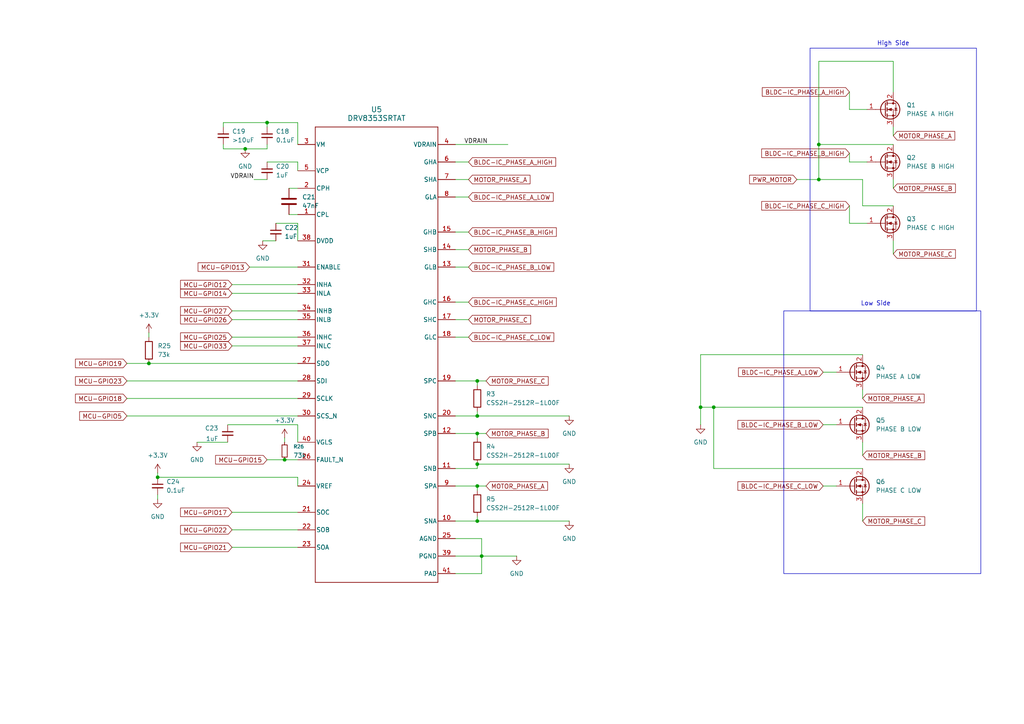
<source format=kicad_sch>
(kicad_sch (version 20250114) (generator "eeschema") (generator_version "9.0")
  (paper "A4")
  (title_block (title "BeanBike Controller Motor") (date "2025-10-11") (rev "3") (company "Ginobeano"))
  (lib_symbols
    (symbol "DRV8353:DRV8353SRTAT" (pin_names (offset 0.254))
      (property "Reference" "U" (at 0 2.54 0))
      (property "Value" "DRV8353SRTAT" (at 0 0 0))
      (symbol "DRV8353SRTAT_0_1"
        (polyline (pts (xy -17.78 66.04) (xy -17.78 -66.04)) (stroke (width 0.2032)))
        (polyline (pts (xy -17.78 -66.04) (xy 17.78 -66.04)) (stroke (width 0.2032)))
        (polyline (pts (xy 17.78 66.04) (xy -17.78 66.04)) (stroke (width 0.2032)))
        (polyline (pts (xy 17.78 -66.04) (xy 17.78 66.04)) (stroke (width 0.2032)))
        (pin power_in line (at -22.86 60.96 0) (length 5.08) (name "VM") (number "3"))
        (pin power_in line (at -22.86 53.34 0) (length 5.08) (name "VCP") (number "5"))
        (pin unspecified line (at -22.86 48.26 0) (length 5.08) (name "CPH") (number "2"))
        (pin unspecified line (at -22.86 40.64 0) (length 5.08) (name "CPL") (number "1"))
        (pin power_in line (at -22.86 33.02 0) (length 5.08) (name "DVDD") (number "38"))
        (pin input line (at -22.86 25.4 0) (length 5.08) (name "ENABLE") (number "31"))
        (pin input line (at -22.86 20.32 0) (length 5.08) (name "INHA") (number "32"))
        (pin input line (at -22.86 17.78 0) (length 5.08) (name "INLA") (number "33"))
        (pin input line (at -22.86 12.7 0) (length 5.08) (name "INHB") (number "34"))
        (pin input line (at -22.86 10.16 0) (length 5.08) (name "INLB") (number "35"))
        (pin input line (at -22.86 5.08 0) (length 5.08) (name "INHC") (number "36"))
        (pin input line (at -22.86 2.54 0) (length 5.08) (name "INLC") (number "37"))
        (pin unspecified line (at -22.86 -2.54 0) (length 5.08) (name "SDO") (number "27"))
        (pin input line (at -22.86 -7.62 0) (length 5.08) (name "SDI") (number "28"))
        (pin input line (at -22.86 -12.7 0) (length 5.08) (name "SCLK") (number "29"))
        (pin input line (at -22.86 -17.78 0) (length 5.08) (name "SCS_N") (number "30"))
        (pin power_in line (at -22.86 -25.4 0) (length 5.08) (name "VGLS") (number "40"))
        (pin open_collector line (at -22.86 -30.48 0) (length 5.08) (name "FAULT_N") (number "26"))
        (pin input line (at -22.86 -38.1 0) (length 5.08) (name "VREF") (number "24"))
        (pin output line (at -22.86 -45.72 0) (length 5.08) (name "SOC") (number "21"))
        (pin output line (at -22.86 -50.8 0) (length 5.08) (name "SOB") (number "22"))
        (pin output line (at -22.86 -55.88 0) (length 5.08) (name "SOA") (number "23"))
        (pin input line (at 22.86 60.96 180) (length 5.08) (name "VDRAIN") (number "4"))
        (pin output line (at 22.86 55.88 180) (length 5.08) (name "GHA") (number "6"))
        (pin input line (at 22.86 50.8 180) (length 5.08) (name "SHA") (number "7"))
        (pin output line (at 22.86 45.72 180) (length 5.08) (name "GLA") (number "8"))
        (pin output line (at 22.86 35.56 180) (length 5.08) (name "GHB") (number "15"))
        (pin input line (at 22.86 30.48 180) (length 5.08) (name "SHB") (number "14"))
        (pin output line (at 22.86 25.4 180) (length 5.08) (name "GLB") (number "13"))
        (pin output line (at 22.86 15.24 180) (length 5.08) (name "GHC") (number "16"))
        (pin input line (at 22.86 10.16 180) (length 5.08) (name "SHC") (number "17"))
        (pin output line (at 22.86 5.08 180) (length 5.08) (name "GLC") (number "18"))
        (pin input line (at 22.86 -7.62 180) (length 5.08) (name "SPC") (number "19"))
        (pin input line (at 22.86 -17.78 180) (length 5.08) (name "SNC") (number "20"))
        (pin input line (at 22.86 -22.86 180) (length 5.08) (name "SPB") (number "12"))
        (pin input line (at 22.86 -33.02 180) (length 5.08) (name "SNB") (number "11"))
        (pin input line (at 22.86 -38.1 180) (length 5.08) (name "SPA") (number "9"))
        (pin input line (at 22.86 -48.26 180) (length 5.08) (name "SNA") (number "10"))
        (pin power_in line (at 22.86 -53.34 180) (length 5.08) (name "AGND") (number "25"))
        (pin power_in line (at 22.86 -58.42 180) (length 5.08) (name "PGND") (number "39"))
        (pin power_in line (at 22.86 -63.5 180) (length 5.08) (name "PAD") (number "41"))
      )
    )
    (symbol "Device:C" (pin_numbers (hide yes)) (pin_names (offset 0.254))
      (property "Reference" "C" (at 0.635 2.54 0))
      (property "Value" "C" (at 0.635 -2.54 0))
      (symbol "C_0_1"
        (polyline (pts (xy -2.032 0.762) (xy 2.032 0.762)) (stroke (width 0.508)))
        (polyline (pts (xy -2.032 -0.762) (xy 2.032 -0.762)) (stroke (width 0.508)))
      )
      (symbol "C_1_1"
        (pin passive line (at 0 3.81 270) (length 2.794) (name "~") (number "1"))
        (pin passive line (at 0 -3.81 90) (length 2.794) (name "~") (number "2"))
      )
    )
    (symbol "Device:C_Small" (pin_numbers (hide yes)) (pin_names (offset 0.254) (hide yes))
      (property "Reference" "C" (at 0.254 1.778 0))
      (property "Value" "C_Small" (at 0.254 -2.032 0))
      (symbol "C_Small_0_1"
        (polyline (pts (xy -1.524 0.508) (xy 1.524 0.508)) (stroke (width 0.3048)))
        (polyline (pts (xy -1.524 -0.508) (xy 1.524 -0.508)) (stroke (width 0.3302)))
      )
      (symbol "C_Small_1_1"
        (pin passive line (at 0 2.54 270) (length 2.032) (name "~") (number "1"))
        (pin passive line (at 0 -2.54 90) (length 2.032) (name "~") (number "2"))
      )
    )
    (symbol "Device:R" (pin_numbers (hide yes)) (pin_names (offset 0))
      (property "Reference" "R" (at 2.032 0 90))
      (property "Value" "R" (at 0 0 90))
      (symbol "R_0_1"
        (rectangle (start -1.016 -2.54) (end 1.016 2.54) (stroke (width 0.254)))
      )
      (symbol "R_1_1"
        (pin passive line (at 0 3.81 270) (length 1.27) (name "~") (number "1"))
        (pin passive line (at 0 -3.81 90) (length 1.27) (name "~") (number "2"))
      )
    )
    (symbol "Device:R_Small" (pin_numbers (hide yes)) (pin_names (offset 0.254) (hide yes))
      (property "Reference" "R" (at 0 0 90))
      (property "Value" "R_Small" (at 1.778 0 90))
      (symbol "R_Small_0_1"
        (rectangle (start -0.762 1.778) (end 0.762 -1.778) (stroke (width 0.2032)))
      )
      (symbol "R_Small_1_1"
        (pin passive line (at 0 2.54 270) (length 0.762) (name "~") (number "1"))
        (pin passive line (at 0 -2.54 90) (length 0.762) (name "~") (number "2"))
      )
    )
    (symbol "Transistor_FET:Q_NMOS_GDS" (pin_names (offset 0) (hide yes))
      (property "Reference" "Q" (at 5.08 1.905 0))
      (property "Value" "Q_NMOS_GDS" (at 5.08 0 0))
      (symbol "Q_NMOS_GDS_0_1"
        (polyline (pts (xy 0.254 1.905) (xy 0.254 -1.905)) (stroke (width 0.254)))
        (polyline (pts (xy 0.254 0) (xy -2.54 0)))
        (polyline (pts (xy 0.762 2.286) (xy 0.762 1.27)) (stroke (width 0.254)))
        (polyline (pts (xy 0.762 0.508) (xy 0.762 -0.508)) (stroke (width 0.254)))
        (polyline (pts (xy 0.762 -1.27) (xy 0.762 -2.286)) (stroke (width 0.254)))
        (polyline (pts (xy 0.762 -1.778) (xy 3.302 -1.778) (xy 3.302 1.778) (xy 0.762 1.778)))
        (polyline (pts (xy 1.016 0) (xy 2.032 0.381) (xy 2.032 -0.381) (xy 1.016 0)) (fill (type outline)))
        (circle (center 1.651 0) (radius 2.794) (stroke (width 0.254)))
        (polyline (pts (xy 2.54 2.54) (xy 2.54 1.778)))
        (circle (center 2.54 1.778) (radius 0.254) (fill (type outline)))
        (circle (center 2.54 -1.778) (radius 0.254) (fill (type outline)))
        (polyline (pts (xy 2.54 -2.54) (xy 2.54 0) (xy 0.762 0)))
        (polyline (pts (xy 2.921 0.381) (xy 3.683 0.381)))
        (polyline (pts (xy 3.302 0.381) (xy 2.921 -0.254) (xy 3.683 -0.254) (xy 3.302 0.381)))
      )
      (symbol "Q_NMOS_GDS_1_1"
        (pin input line (at -5.08 0 0) (length 2.54) (name "G") (number "1"))
        (pin passive line (at 2.54 5.08 270) (length 2.54) (name "D") (number "2"))
        (pin passive line (at 2.54 -5.08 90) (length 2.54) (name "S") (number "3"))
      )
    )
    (symbol "power:+3.3V" (power) (pin_numbers (hide yes)) (pin_names (offset 0) (hide yes))
      (property "Value" "+3.3V" (at 0 3.556 0))
      (symbol "+3.3V_0_1"
        (polyline (pts (xy -0.762 1.27) (xy 0 2.54)))
        (polyline (pts (xy 0 2.54) (xy 0.762 1.27)))
        (polyline (pts (xy 0 0) (xy 0 2.54)))
      )
      (symbol "+3.3V_1_1"
        (pin power_in line (at 0 0 90) (length 0) (name "~") (number "1"))
      )
    )
    (symbol "power:GND" (power) (pin_numbers (hide yes)) (pin_names (offset 0) (hide yes))
      (property "Value" "GND" (at 0 -3.81 0))
      (symbol "GND_0_1"
        (polyline (pts (xy 0 0) (xy 0 -1.27) (xy 1.27 -1.27) (xy 0 -2.54) (xy -1.27 -1.27) (xy 0 -1.27)))
      )
      (symbol "GND_1_1"
        (pin power_in line (at 0 0 270) (length 0) (name "~") (number "1"))
      )
    )
  )
  (rectangle (start 234.95 13.97) (end 283.21 90.17))
  (rectangle (start 227.33 90.17) (end 284.48 166.37))
  (text "High Side\n" (at 259.08 12.7 0) (effects (font (size 1.27 1.27))))
  (text "Low Side\n" (at 254 88.138 0) (effects (font (size 1.27 1.27))))
  (junction (at 138.43 134.62))
  (junction (at 138.43 140.97))
  (junction (at 82.55 133.35))
  (junction (at 71.12 43.18))
  (junction (at 138.43 120.65))
  (junction (at 203.2 118.11))
  (junction (at 207.01 118.11))
  (junction (at 139.7 161.29))
  (junction (at 138.43 110.49))
  (junction (at 237.49 41.91))
  (junction (at 77.47 35.56))
  (junction (at 45.72 138.43))
  (junction (at 138.43 151.13))
  (junction (at 138.43 125.73))
  (junction (at 237.49 52.07))
  (junction (at 43.18 105.41))
  (wire (pts (xy 45.72 138.43) (xy 86.36 138.43)))
  (wire (pts (xy 207.01 135.89) (xy 207.01 118.11)))
  (wire (pts (xy 246.38 44.45) (xy 246.38 46.99)))
  (wire (pts (xy 246.38 31.75) (xy 251.46 31.75)))
  (wire (pts (xy 45.72 143.51) (xy 45.72 144.78)))
  (wire (pts (xy 139.7 166.37) (xy 139.7 161.29)))
  (wire (pts (xy 250.19 128.27) (xy 250.19 132.08)))
  (wire (pts (xy 203.2 118.11) (xy 207.01 118.11)))
  (wire (pts (xy 86.36 35.56) (xy 77.47 35.56)))
  (wire (pts (xy 250.19 59.69) (xy 250.19 52.07)))
  (wire (pts (xy 67.31 158.75) (xy 86.36 158.75)))
  (wire (pts (xy 77.47 133.35) (xy 82.55 133.35)))
  (wire (pts (xy 66.04 123.19) (xy 86.36 123.19)))
  (wire (pts (xy 238.76 123.19) (xy 242.57 123.19)))
  (wire (pts (xy 86.36 46.99) (xy 86.36 49.53)))
  (wire (pts (xy 132.08 87.63) (xy 135.89 87.63)))
  (wire (pts (xy 132.08 151.13) (xy 138.43 151.13)))
  (wire (pts (xy 138.43 110.49) (xy 140.97 110.49)))
  (wire (pts (xy 76.2 69.85) (xy 80.01 69.85)))
  (wire (pts (xy 36.83 120.65) (xy 86.36 120.65)))
  (wire (pts (xy 138.43 134.62) (xy 138.43 135.89)))
  (wire (pts (xy 138.43 125.73) (xy 140.97 125.73)))
  (wire (pts (xy 237.49 41.91) (xy 237.49 52.07)))
  (wire (pts (xy 77.47 35.56) (xy 64.77 35.56)))
  (wire (pts (xy 238.76 140.97) (xy 242.57 140.97)))
  (wire (pts (xy 132.08 120.65) (xy 138.43 120.65)))
  (wire (pts (xy 72.39 77.47) (xy 86.36 77.47)))
  (wire (pts (xy 82.55 133.35) (xy 86.36 133.35)))
  (wire (pts (xy 83.82 54.61) (xy 86.36 54.61)))
  (wire (pts (xy 77.47 35.56) (xy 77.47 36.83)))
  (wire (pts (xy 250.19 146.05) (xy 250.19 151.13)))
  (wire (pts (xy 77.47 41.91) (xy 77.47 43.18)))
  (wire (pts (xy 138.43 140.97) (xy 138.43 142.24)))
  (wire (pts (xy 132.08 46.99) (xy 135.89 46.99)))
  (wire (pts (xy 139.7 161.29) (xy 139.7 156.21)))
  (wire (pts (xy 64.77 43.18) (xy 71.12 43.18)))
  (wire (pts (xy 250.19 52.07) (xy 237.49 52.07)))
  (wire (pts (xy 237.49 52.07) (xy 231.14 52.07)))
  (wire (pts (xy 45.72 137.16) (xy 45.72 138.43)))
  (wire (pts (xy 259.08 26.67) (xy 259.08 17.78)))
  (wire (pts (xy 43.18 105.41) (xy 86.36 105.41)))
  (wire (pts (xy 57.15 128.27) (xy 66.04 128.27)))
  (wire (pts (xy 138.43 110.49) (xy 138.43 111.76)))
  (wire (pts (xy 259.08 69.85) (xy 259.08 73.66)))
  (wire (pts (xy 132.08 110.49) (xy 138.43 110.49)))
  (wire (pts (xy 132.08 97.79) (xy 135.89 97.79)))
  (wire (pts (xy 259.08 52.07) (xy 259.08 54.61)))
  (wire (pts (xy 165.1 134.62) (xy 138.43 134.62)))
  (wire (pts (xy 67.31 92.71) (xy 86.36 92.71)))
  (wire (pts (xy 67.31 100.33) (xy 86.36 100.33)))
  (wire (pts (xy 259.08 36.83) (xy 259.08 39.37)))
  (wire (pts (xy 132.08 57.15) (xy 135.89 57.15)))
  (wire (pts (xy 77.47 46.99) (xy 86.36 46.99)))
  (wire (pts (xy 203.2 118.11) (xy 203.2 123.19)))
  (wire (pts (xy 259.08 59.69) (xy 250.19 59.69)))
  (wire (pts (xy 86.36 64.77) (xy 86.36 69.85)))
  (wire (pts (xy 82.55 127) (xy 82.55 128.27)))
  (wire (pts (xy 165.1 120.65) (xy 138.43 120.65)))
  (wire (pts (xy 246.38 46.99) (xy 251.46 46.99)))
  (wire (pts (xy 246.38 64.77) (xy 251.46 64.77)))
  (wire (pts (xy 132.08 41.91) (xy 147.32 41.91)))
  (wire (pts (xy 207.01 118.11) (xy 250.19 118.11)))
  (wire (pts (xy 67.31 153.67) (xy 86.36 153.67)))
  (wire (pts (xy 138.43 120.65) (xy 138.43 119.38)))
  (wire (pts (xy 246.38 59.69) (xy 246.38 64.77)))
  (wire (pts (xy 36.83 110.49) (xy 86.36 110.49)))
  (wire (pts (xy 67.31 148.59) (xy 86.36 148.59)))
  (wire (pts (xy 132.08 92.71) (xy 135.89 92.71)))
  (wire (pts (xy 86.36 123.19) (xy 86.36 128.27)))
  (wire (pts (xy 237.49 17.78) (xy 237.49 41.91)))
  (wire (pts (xy 36.83 115.57) (xy 86.36 115.57)))
  (wire (pts (xy 250.19 113.03) (xy 250.19 115.57)))
  (wire (pts (xy 73.66 52.07) (xy 77.47 52.07)))
  (wire (pts (xy 139.7 161.29) (xy 149.86 161.29)))
  (wire (pts (xy 132.08 161.29) (xy 139.7 161.29)))
  (wire (pts (xy 238.76 107.95) (xy 242.57 107.95)))
  (wire (pts (xy 250.19 135.89) (xy 207.01 135.89)))
  (wire (pts (xy 64.77 35.56) (xy 64.77 36.83)))
  (wire (pts (xy 259.08 41.91) (xy 237.49 41.91)))
  (wire (pts (xy 64.77 41.91) (xy 64.77 43.18)))
  (wire (pts (xy 165.1 151.13) (xy 138.43 151.13)))
  (wire (pts (xy 132.08 67.31) (xy 135.89 67.31)))
  (wire (pts (xy 132.08 52.07) (xy 135.89 52.07)))
  (wire (pts (xy 77.47 43.18) (xy 71.12 43.18)))
  (wire (pts (xy 138.43 125.73) (xy 138.43 127)))
  (wire (pts (xy 259.08 17.78) (xy 237.49 17.78)))
  (wire (pts (xy 132.08 140.97) (xy 138.43 140.97)))
  (wire (pts (xy 139.7 156.21) (xy 132.08 156.21)))
  (wire (pts (xy 250.19 102.87) (xy 203.2 102.87)))
  (wire (pts (xy 80.01 64.77) (xy 86.36 64.77)))
  (wire (pts (xy 67.31 82.55) (xy 86.36 82.55)))
  (wire (pts (xy 132.08 72.39) (xy 135.89 72.39)))
  (wire (pts (xy 132.08 125.73) (xy 138.43 125.73)))
  (wire (pts (xy 86.36 138.43) (xy 86.36 140.97)))
  (wire (pts (xy 132.08 77.47) (xy 135.89 77.47)))
  (wire (pts (xy 83.82 62.23) (xy 86.36 62.23)))
  (wire (pts (xy 86.36 35.56) (xy 86.36 41.91)))
  (wire (pts (xy 67.31 97.79) (xy 86.36 97.79)))
  (wire (pts (xy 246.38 26.67) (xy 246.38 31.75)))
  (wire (pts (xy 132.08 135.89) (xy 138.43 135.89)))
  (wire (pts (xy 67.31 90.17) (xy 86.36 90.17)))
  (wire (pts (xy 203.2 102.87) (xy 203.2 118.11)))
  (wire (pts (xy 138.43 151.13) (xy 138.43 149.86)))
  (wire (pts (xy 43.18 96.52) (xy 43.18 97.79)))
  (wire (pts (xy 132.08 166.37) (xy 139.7 166.37)))
  (wire (pts (xy 67.31 85.09) (xy 86.36 85.09)))
  (wire (pts (xy 138.43 140.97) (xy 140.97 140.97)))
  (wire (pts (xy 36.83 105.41) (xy 43.18 105.41)))
  (label "VDRAIN" (at 73.66 52.07 180))
  (label "VDRAIN" (at 134.62 41.91 0))
  (global_label "MOTOR_PHASE_A" (shape input) (at 250.19 115.57 0) (property "Intersheetrefs" "${INTERSHEET_REFS}" (effects (hide yes))))
  (global_label "MCU-GPIO27" (shape input) (at 67.31 90.17 180) (property "Intersheetrefs" "${INTERSHEET_REFS}" (effects (hide yes))))
  (global_label "MOTOR_PHASE_A" (shape input) (at 140.97 140.97 0) (property "Intersheetrefs" "${INTERSHEET_REFS}" (effects (hide yes))))
  (global_label "BLDC-IC_PHASE_C_LOW" (shape input) (at 238.76 140.97 180) (property "Intersheetrefs" "${INTERSHEET_REFS}" (effects (hide yes))))
  (global_label "MOTOR_PHASE_A" (shape input) (at 135.89 52.07 0) (property "Intersheetrefs" "${INTERSHEET_REFS}" (effects (hide yes))))
  (global_label "MOTOR_PHASE_B" (shape input) (at 140.97 125.73 0) (property "Intersheetrefs" "${INTERSHEET_REFS}" (effects (hide yes))))
  (global_label "MCU-GPIO26" (shape input) (at 67.31 92.71 180) (property "Intersheetrefs" "${INTERSHEET_REFS}" (effects (hide yes))))
  (global_label "MCU-GPIO22" (shape input) (at 67.31 153.67 180) (property "Intersheetrefs" "${INTERSHEET_REFS}" (effects (hide yes))))
  (global_label "PWR_MOTOR" (shape input) (at 231.14 52.07 180) (property "Intersheetrefs" "${INTERSHEET_REFS}" (effects (hide yes))))
  (global_label "BLDC-IC_PHASE_A_HIGH" (shape input) (at 135.89 46.99 0) (property "Intersheetrefs" "${INTERSHEET_REFS}" (effects (hide yes))))
  (global_label "MCU-GPIO15" (shape input) (at 77.47 133.35 180) (property "Intersheetrefs" "${INTERSHEET_REFS}" (effects (hide yes))))
  (global_label "MOTOR_PHASE_A" (shape input) (at 259.08 39.37 0) (property "Intersheetrefs" "${INTERSHEET_REFS}" (effects (hide yes))))
  (global_label "BLDC-IC_PHASE_C_HIGH" (shape input) (at 246.38 59.69 180) (property "Intersheetrefs" "${INTERSHEET_REFS}" (effects (hide yes))))
  (global_label "BLDC-IC_PHASE_B_LOW" (shape input) (at 135.89 77.47 0) (property "Intersheetrefs" "${INTERSHEET_REFS}" (effects (hide yes))))
  (global_label "BLDC-IC_PHASE_A_LOW" (shape input) (at 135.89 57.15 0) (property "Intersheetrefs" "${INTERSHEET_REFS}" (effects (hide yes))))
  (global_label "MCU-GPIO17" (shape input) (at 67.31 148.59 180) (property "Intersheetrefs" "${INTERSHEET_REFS}" (effects (hide yes))))
  (global_label "BLDC-IC_PHASE_B_LOW" (shape input) (at 238.76 123.19 180) (property "Intersheetrefs" "${INTERSHEET_REFS}" (effects (hide yes))))
  (global_label "MCU-GPIO21" (shape input) (at 67.31 158.75 180) (property "Intersheetrefs" "${INTERSHEET_REFS}" (effects (hide yes))))
  (global_label "MCU-GPIO33" (shape input) (at 67.31 100.33 180) (property "Intersheetrefs" "${INTERSHEET_REFS}" (effects (hide yes))))
  (global_label "MOTOR_PHASE_B" (shape input) (at 259.08 54.61 0) (property "Intersheetrefs" "${INTERSHEET_REFS}" (effects (hide yes))))
  (global_label "MCU-GPIO25" (shape input) (at 67.31 97.79 180) (property "Intersheetrefs" "${INTERSHEET_REFS}" (effects (hide yes))))
  (global_label "MOTOR_PHASE_C" (shape input) (at 259.08 73.66 0) (property "Intersheetrefs" "${INTERSHEET_REFS}" (effects (hide yes))))
  (global_label "BLDC-IC_PHASE_B_HIGH" (shape input) (at 246.38 44.45 180) (property "Intersheetrefs" "${INTERSHEET_REFS}" (effects (hide yes))))
  (global_label "BLDC-IC_PHASE_A_HIGH" (shape input) (at 246.38 26.67 180) (property "Intersheetrefs" "${INTERSHEET_REFS}" (effects (hide yes))))
  (global_label "MOTOR_PHASE_C" (shape input) (at 140.97 110.49 0) (property "Intersheetrefs" "${INTERSHEET_REFS}" (effects (hide yes))))
  (global_label "MOTOR_PHASE_B" (shape input) (at 135.89 72.39 0) (property "Intersheetrefs" "${INTERSHEET_REFS}" (effects (hide yes))))
  (global_label "MCU-GPIO13" (shape input) (at 72.39 77.47 180) (property "Intersheetrefs" "${INTERSHEET_REFS}" (effects (hide yes))))
  (global_label "MOTOR_PHASE_B" (shape input) (at 250.19 132.08 0) (property "Intersheetrefs" "${INTERSHEET_REFS}" (effects (hide yes))))
  (global_label "MCU-GPIO14" (shape input) (at 67.31 85.09 180) (property "Intersheetrefs" "${INTERSHEET_REFS}" (effects (hide yes))))
  (global_label "MCU-GPIO12" (shape input) (at 67.31 82.55 180) (property "Intersheetrefs" "${INTERSHEET_REFS}" (effects (hide yes))))
  (global_label "BLDC-IC_PHASE_B_HIGH" (shape input) (at 135.89 67.31 0) (property "Intersheetrefs" "${INTERSHEET_REFS}" (effects (hide yes))))
  (global_label "MOTOR_PHASE_C" (shape input) (at 135.89 92.71 0) (property "Intersheetrefs" "${INTERSHEET_REFS}" (effects (hide yes))))
  (global_label "MCU-GPIO5" (shape input) (at 36.83 120.65 180) (property "Intersheetrefs" "${INTERSHEET_REFS}" (effects (hide yes))))
  (global_label "MCU-GPIO23" (shape input) (at 36.83 110.49 180) (property "Intersheetrefs" "${INTERSHEET_REFS}" (effects (hide yes))))
  (global_label "BLDC-IC_PHASE_C_LOW" (shape input) (at 135.89 97.79 0) (property "Intersheetrefs" "${INTERSHEET_REFS}" (effects (hide yes))))
  (global_label "BLDC-IC_PHASE_C_HIGH" (shape input) (at 135.89 87.63 0) (property "Intersheetrefs" "${INTERSHEET_REFS}" (effects (hide yes))))
  (global_label "MCU-GPIO19" (shape input) (at 36.83 105.41 180) (property "Intersheetrefs" "${INTERSHEET_REFS}" (effects (hide yes))))
  (global_label "MOTOR_PHASE_C" (shape input) (at 250.19 151.13 0) (property "Intersheetrefs" "${INTERSHEET_REFS}" (effects (hide yes))))
  (global_label "MCU-GPIO18" (shape input) (at 36.83 115.57 180) (property "Intersheetrefs" "${INTERSHEET_REFS}" (effects (hide yes))))
  (global_label "BLDC-IC_PHASE_A_LOW" (shape input) (at 238.76 107.95 180) (property "Intersheetrefs" "${INTERSHEET_REFS}" (effects (hide yes))))
  (symbol (lib_id "Device:C_Small") (at 77.47 39.37 0) (unit 1)
    (property "Reference" "C18" (at 80.01 38.1062 0) (effects (justify left)))
    (property "Value" "0.1uF" (at 80.01 40.6462 0) (effects (justify left)))
    (property "Description" "Unpolarized capacitor, small symbol" (effects (hide yes)))
    (property "LCSC" "C335106" (effects (hide yes)))
  )
  (symbol (lib_id "Transistor_FET:Q_NMOS_GDS") (at 247.65 107.95 0) (unit 1)
    (property "Reference" "Q4" (at 254 106.6799 0) (effects (justify left)))
    (property "Value" "PHASE A LOW" (at 254 109.2199 0) (effects (justify left)))
    (property "Description" "N-MOSFET transistor, gate/drain/source" (effects (hide yes)))
  )
  (symbol (lib_id "DRV8353:DRV8353SRTAT") (at 109.22 102.87 0) (unit 1)
    (property "Reference" "U5" (at 109.22 31.75 0) (effects (font (size 1.524 1.524))))
    (property "Value" "DRV8353SRTAT" (at 109.22 34.29 0) (effects (font (size 1.524 1.524))))
    (property "Datasheet" "https://www.ti.com/lit/gpn/drv8353" (effects (hide yes)))
    (property "LCSC" "C2150480" (effects (hide yes)))
  )
  (symbol (lib_id "power:GND") (at 165.1 151.13 0) (unit 1)
    (property "Reference" "#PWR013" (effects (hide yes)))
    (property "Value" "GND" (at 165.1 156.21 0))
    (property "Description" "Power symbol creates a global label with name \"GND\" , ground" (effects (hide yes)))
  )
  (symbol (lib_id "Transistor_FET:Q_NMOS_GDS") (at 247.65 140.97 0) (unit 1)
    (property "Reference" "Q6" (at 254 139.6999 0) (effects (justify left)))
    (property "Value" "PHASE C LOW" (at 254 142.2399 0) (effects (justify left)))
    (property "Description" "N-MOSFET transistor, gate/drain/source" (effects (hide yes)))
  )
  (symbol (lib_id "Transistor_FET:Q_NMOS_GDS") (at 256.54 46.99 0) (unit 1)
    (property "Reference" "Q2" (at 262.89 45.7199 0) (effects (justify left)))
    (property "Value" "PHASE B HIGH" (at 262.89 48.2599 0) (effects (justify left)))
    (property "Description" "N-MOSFET transistor, gate/drain/source" (effects (hide yes)))
  )
  (symbol (lib_id "Transistor_FET:Q_NMOS_GDS") (at 256.54 64.77 0) (unit 1)
    (property "Reference" "Q3" (at 262.89 63.4999 0) (effects (justify left)))
    (property "Value" "PHASE C HIGH" (at 262.89 66.0399 0) (effects (justify left)))
    (property "Description" "N-MOSFET transistor, gate/drain/source" (effects (hide yes)))
  )
  (symbol (lib_id "Device:R_Small") (at 82.55 130.81 0) (unit 1)
    (property "Reference" "R26" (at 85.09 129.5399 0) (effects (font (size 1.016 1.016)) (justify left)))
    (property "Value" "73k" (at 85.09 132.0799 0) (effects (justify left)))
    (property "Description" "Resistor, small symbol" (effects (hide yes)))
    (property "LCSC" "C163420" (effects (hide yes)))
  )
  (symbol (lib_id "Device:C_Small") (at 77.47 49.53 0) (unit 1)
    (property "Reference" "C20" (at 80.01 48.2662 0) (effects (justify left)))
    (property "Value" "1uF" (at 80.01 50.8062 0) (effects (justify left)))
    (property "Description" "Unpolarized capacitor, small symbol" (effects (hide yes)))
    (property "LCSC" "C87144" (effects (hide yes)))
  )
  (symbol (lib_id "power:+3.3V") (at 45.72 137.16 0) (unit 1)
    (property "Reference" "#PWR036" (effects (hide yes)))
    (property "Value" "+3.3V" (at 45.72 132.08 0))
    (property "Description" "Power symbol creates a global label with name \"+3.3V\"" (effects (hide yes)))
  )
  (symbol (lib_id "power:+3.3V") (at 82.55 127 0) (unit 1)
    (property "Reference" "#PWR037" (effects (hide yes)))
    (property "Value" "+3.3V" (at 82.55 121.92 0))
    (property "Description" "Power symbol creates a global label with name \"+3.3V\"" (effects (hide yes)))
  )
  (symbol (lib_id "power:GND") (at 76.2 69.85 0) (unit 1)
    (property "Reference" "#PWR031" (effects (hide yes)))
    (property "Value" "GND" (at 76.2 74.93 0))
    (property "Description" "Power symbol creates a global label with name \"GND\" , ground" (effects (hide yes)))
  )
  (symbol (lib_id "power:+3.3V") (at 43.18 96.52 0) (unit 1)
    (property "Reference" "#PWR035" (effects (hide yes)))
    (property "Value" "+3.3V" (at 43.18 91.44 0))
    (property "Description" "Power symbol creates a global label with name \"+3.3V\"" (effects (hide yes)))
  )
  (symbol (lib_id "power:GND") (at 165.1 120.65 0) (unit 1)
    (property "Reference" "#PWR011" (effects (hide yes)))
    (property "Value" "GND" (at 165.1 125.73 0))
    (property "Description" "Power symbol creates a global label with name \"GND\" , ground" (effects (hide yes)))
  )
  (symbol (lib_id "power:GND") (at 149.86 161.29 0) (unit 1)
    (property "Reference" "#PWR034" (effects (hide yes)))
    (property "Value" "GND" (at 149.86 166.37 0))
    (property "Description" "Power symbol creates a global label with name \"GND\" , ground" (effects (hide yes)))
  )
  (symbol (lib_id "Device:R") (at 138.43 146.05 0) (unit 1)
    (property "Reference" "R5" (at 140.97 144.7799 0) (effects (justify left)))
    (property "Value" "CSS2H-2512R-1L00F" (at 140.97 147.3199 0) (effects (justify left)))
    (property "Description" "Resistor" (effects (hide yes)))
    (property "LCSC" "C4175647" (effects (hide yes)))
  )
  (symbol (lib_id "Device:C_Small") (at 80.01 67.31 0) (unit 1)
    (property "Reference" "C22" (at 82.55 66.0462 0) (effects (justify left)))
    (property "Value" "1uF" (at 82.55 68.5862 0) (effects (justify left)))
    (property "Description" "Unpolarized capacitor, small symbol" (effects (hide yes)))
    (property "LCSC" "C87144" (effects (hide yes)))
  )
  (symbol (lib_id "Device:R") (at 138.43 115.57 0) (unit 1)
    (property "Reference" "R3" (at 140.97 114.2999 0) (effects (justify left)))
    (property "Value" "CSS2H-2512R-1L00F" (at 140.97 116.8399 0) (effects (justify left)))
    (property "Description" "Resistor" (effects (hide yes)))
    (property "LCSC" "C4175647" (effects (hide yes)))
  )
  (symbol (lib_id "power:GND") (at 165.1 134.62 0) (unit 1)
    (property "Reference" "#PWR012" (effects (hide yes)))
    (property "Value" "GND" (at 165.1 139.7 0))
    (property "Description" "Power symbol creates a global label with name \"GND\" , ground" (effects (hide yes)))
  )
  (symbol (lib_id "Device:C") (at 83.82 58.42 0) (unit 1)
    (property "Reference" "C21" (at 87.63 57.1499 0) (effects (justify left)))
    (property "Value" "47nF" (at 87.63 59.6899 0) (effects (justify left)))
    (property "Description" "Unpolarized capacitor" (effects (hide yes)))
    (property "LCSC" "C88917" (effects (hide yes)))
  )
  (symbol (lib_id "Transistor_FET:Q_NMOS_GDS") (at 247.65 123.19 0) (unit 1)
    (property "Reference" "Q5" (at 254 121.9199 0) (effects (justify left)))
    (property "Value" "PHASE B LOW" (at 254 124.4599 0) (effects (justify left)))
    (property "Description" "N-MOSFET transistor, gate/drain/source" (effects (hide yes)))
  )
  (symbol (lib_id "power:GND") (at 71.12 43.18 0) (unit 1)
    (property "Reference" "#PWR030" (effects (hide yes)))
    (property "Value" "GND" (at 71.12 48.26 0))
    (property "Description" "Power symbol creates a global label with name \"GND\" , ground" (effects (hide yes)))
  )
  (symbol (lib_id "power:GND") (at 57.15 128.27 0) (unit 1)
    (property "Reference" "#PWR032" (effects (hide yes)))
    (property "Value" "GND" (at 57.15 133.35 0))
    (property "Description" "Power symbol creates a global label with name \"GND\" , ground" (effects (hide yes)))
  )
  (symbol (lib_id "Device:C_Small") (at 64.77 39.37 0) (unit 1)
    (property "Reference" "C19" (at 67.31 38.1062 0) (effects (justify left)))
    (property "Value" ">10uF" (at 67.31 40.6462 0) (effects (justify left)))
    (property "Description" "Unpolarized capacitor, small symbol" (effects (hide yes)))
    (property "LCSC" "C84419" (effects (hide yes)))
  )
  (symbol (lib_id "Device:C_Small") (at 45.72 140.97 0) (unit 1)
    (property "Reference" "C24" (at 48.26 139.7062 0) (effects (justify left)))
    (property "Value" "0.1uF" (at 48.26 142.2462 0) (effects (justify left)))
    (property "Description" "Unpolarized capacitor, small symbol" (effects (hide yes)))
    (property "LCSC" "C335106" (effects (hide yes)))
  )
  (symbol (lib_id "Transistor_FET:Q_NMOS_GDS") (at 256.54 31.75 0) (unit 1)
    (property "Reference" "Q1" (at 262.89 30.4799 0) (effects (justify left)))
    (property "Value" "PHASE A HIGH" (at 262.89 33.0199 0) (effects (justify left)))
    (property "Description" "N-MOSFET transistor, gate/drain/source" (effects (hide yes)))
  )
  (symbol (lib_id "Device:C_Small") (at 66.04 125.73 0) (unit 1)
    (property "Reference" "C23" (at 59.436 124.206 0) (effects (justify left)))
    (property "Value" "1uF" (at 59.69 127.254 0) (effects (justify left)))
    (property "Description" "Unpolarized capacitor, small symbol" (effects (hide yes)))
    (property "LCSC" "C87144" (effects (hide yes)))
  )
  (symbol (lib_id "Device:R") (at 43.18 101.6 180) (unit 1)
    (property "Reference" "R25" (at 45.72 100.3299 0) (effects (justify right)))
    (property "Value" "73k" (at 45.72 102.8699 0) (effects (justify right)))
    (property "Description" "Resistor" (effects (hide yes)))
    (property "LCSC" "C163420" (effects (hide yes)))
  )
  (symbol (lib_id "power:GND") (at 203.2 123.19 0) (unit 1)
    (property "Reference" "#PWR010" (effects (hide yes)))
    (property "Value" "GND" (at 203.2 128.27 0))
    (property "Description" "Power symbol creates a global label with name \"GND\" , ground" (effects (hide yes)))
  )
  (symbol (lib_id "power:GND") (at 45.72 144.78 0) (unit 1)
    (property "Reference" "#PWR033" (effects (hide yes)))
    (property "Value" "GND" (at 45.72 149.86 0))
    (property "Description" "Power symbol creates a global label with name \"GND\" , ground" (effects (hide yes)))
  )
  (symbol (lib_id "Device:R") (at 138.43 130.81 0) (unit 1)
    (property "Reference" "R4" (at 140.97 129.5399 0) (effects (justify left)))
    (property "Value" "CSS2H-2512R-1L00F" (at 140.97 132.0799 0) (effects (justify left)))
    (property "Description" "Resistor" (effects (hide yes)))
    (property "LCSC" "C4175647" (effects (hide yes)))
  )
)
</source>
